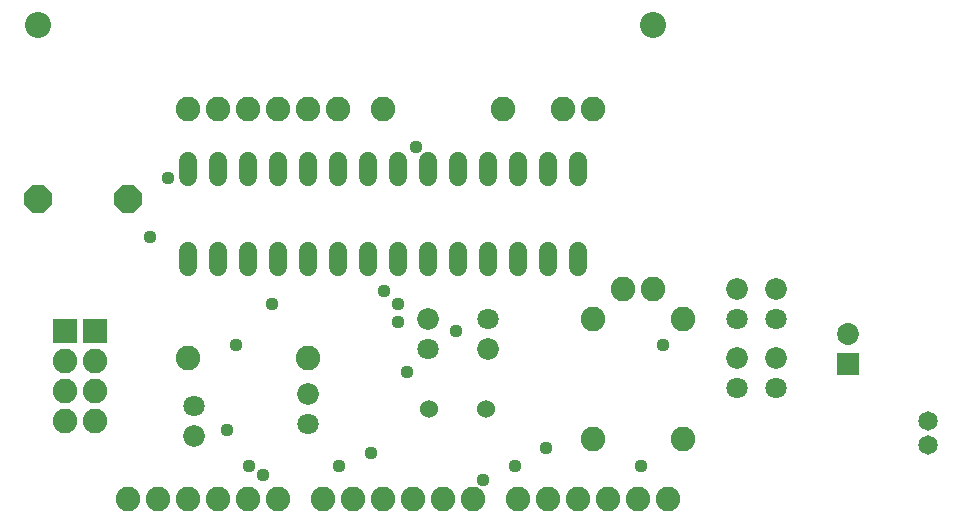
<source format=gbs>
G75*
%MOIN*%
%OFA0B0*%
%FSLAX24Y24*%
%IPPOS*%
%LPD*%
%AMOC8*
5,1,8,0,0,1.08239X$1,22.5*
%
%ADD10C,0.0867*%
%ADD11C,0.0730*%
%ADD12R,0.0730X0.0730*%
%ADD13C,0.0707*%
%ADD14C,0.0721*%
%ADD15C,0.0820*%
%ADD16C,0.0600*%
%ADD17R,0.0820X0.0820*%
%ADD18C,0.0650*%
%ADD19OC8,0.0930*%
%ADD20C,0.0600*%
%ADD21C,0.0440*%
D10*
X003880Y018880D03*
X024380Y018880D03*
D11*
X030880Y008580D03*
D12*
X030880Y007580D03*
D13*
X028480Y006780D03*
X027180Y006780D03*
X027180Y009080D03*
X028480Y009080D03*
X018880Y009080D03*
X016880Y008080D03*
X012880Y005580D03*
X009080Y006180D03*
D14*
X009080Y005180D03*
X012880Y006580D03*
X016880Y009080D03*
X018880Y008080D03*
X027180Y007780D03*
X028480Y007780D03*
X028480Y010080D03*
X027180Y010080D03*
D15*
X006880Y003080D03*
X007880Y003080D03*
X008880Y003080D03*
X009880Y003080D03*
X010880Y003080D03*
X011880Y003080D03*
X013380Y003080D03*
X014380Y003080D03*
X015380Y003080D03*
X016380Y003080D03*
X017380Y003080D03*
X018380Y003080D03*
X019880Y003080D03*
X020880Y003080D03*
X021880Y003080D03*
X022880Y003080D03*
X023880Y003080D03*
X024880Y003080D03*
X025380Y005080D03*
X022380Y005080D03*
X022380Y009080D03*
X023380Y010080D03*
X024380Y010080D03*
X025380Y009080D03*
X022380Y016080D03*
X021380Y016080D03*
X019380Y016080D03*
X015380Y016080D03*
X013880Y016080D03*
X012880Y016080D03*
X011880Y016080D03*
X010880Y016080D03*
X009880Y016080D03*
X008880Y016080D03*
X008880Y007780D03*
X005780Y007680D03*
X004780Y007680D03*
X004780Y006680D03*
X005780Y006680D03*
X005780Y005680D03*
X004780Y005680D03*
X012880Y007780D03*
D16*
X016930Y006080D03*
X018830Y006080D03*
D17*
X005780Y008680D03*
X004780Y008680D03*
D18*
X033555Y005674D03*
X033555Y004886D03*
D19*
X006880Y013080D03*
X003880Y013080D03*
D20*
X008880Y013820D02*
X008880Y014340D01*
X009880Y014340D02*
X009880Y013820D01*
X010880Y013820D02*
X010880Y014340D01*
X011880Y014340D02*
X011880Y013820D01*
X012880Y013820D02*
X012880Y014340D01*
X013880Y014340D02*
X013880Y013820D01*
X014880Y013820D02*
X014880Y014340D01*
X015880Y014340D02*
X015880Y013820D01*
X016880Y013820D02*
X016880Y014340D01*
X017880Y014340D02*
X017880Y013820D01*
X018880Y013820D02*
X018880Y014340D01*
X019880Y014340D02*
X019880Y013820D01*
X020880Y013820D02*
X020880Y014340D01*
X021880Y014340D02*
X021880Y013820D01*
X021880Y011340D02*
X021880Y010820D01*
X020880Y010820D02*
X020880Y011340D01*
X019880Y011340D02*
X019880Y010820D01*
X018880Y010820D02*
X018880Y011340D01*
X017880Y011340D02*
X017880Y010820D01*
X016880Y010820D02*
X016880Y011340D01*
X015880Y011340D02*
X015880Y010820D01*
X014880Y010820D02*
X014880Y011340D01*
X013880Y011340D02*
X013880Y010820D01*
X012880Y010820D02*
X012880Y011340D01*
X011880Y011340D02*
X011880Y010820D01*
X010880Y010820D02*
X010880Y011340D01*
X009880Y011340D02*
X009880Y010820D01*
X008880Y010820D02*
X008880Y011340D01*
D21*
X007630Y011830D03*
X008230Y013780D03*
X011680Y009580D03*
X010480Y008230D03*
X010180Y005380D03*
X010930Y004180D03*
X011380Y003880D03*
X013930Y004180D03*
X014980Y004630D03*
X018730Y003730D03*
X019780Y004180D03*
X020830Y004780D03*
X023980Y004180D03*
X024730Y008230D03*
X017830Y008680D03*
X015880Y008980D03*
X015880Y009580D03*
X015430Y010030D03*
X016180Y007330D03*
X016480Y014830D03*
M02*

</source>
